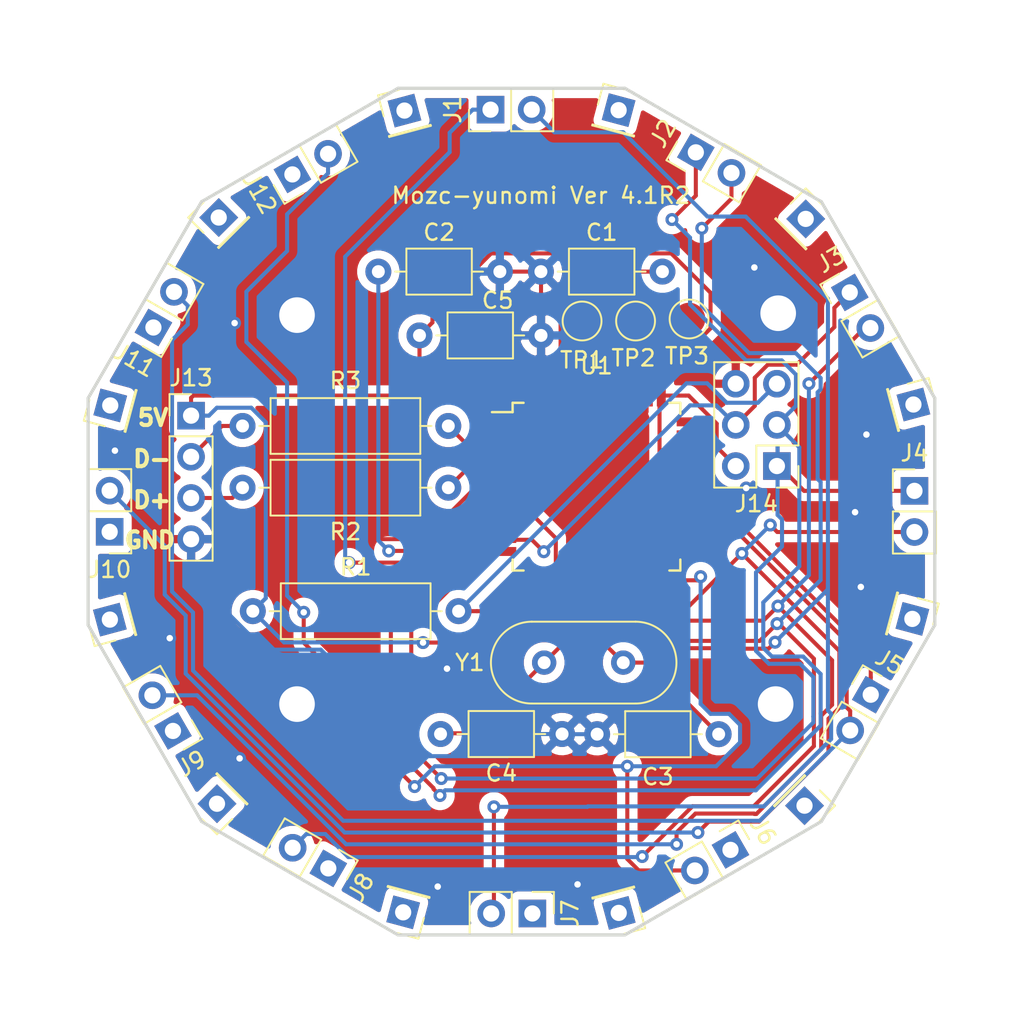
<source format=kicad_pcb>
(kicad_pcb (version 20171130) (host pcbnew 5.99.0+really5.1.10+dfsg1-1)
  (layers (0 F.Cu signal) (31 B.Cu signal) (34 B.Paste user) (35 F.Paste user) (36 B.SilkS user) (37 F.SilkS user) (38 B.Mask user) (39 F.Mask user) (44 Edge.Cuts user))
  (net 0 "")
  (net 1 "Net-(C1-Pad2)")
  (net 2 GND)
  (net 3 "Net-(C2-Pad1)")
  (net 4 XTAL1)
  (net 5 XTAL2)
  (net 6 ROW0)
  (net 7 COL0)
  (net 8 COL1)
  (net 9 ROW1)
  (net 10 COL2)
  (net 11 COL3)
  (net 12 ROW4)
  (net 13 COL4)
  (net 14 +5V)
  (net 15 D-)
  (net 16 D+)
  (net 17 "Net-(R2-Pad1)")
  (net 18 "Net-(R3-Pad1)")
  (net 19 RST)
  (net 20 "Net-(TP2-Pad1)")
  (net 21 "Net-(TP3-Pad1)")
  (net 22 MOSI)
  (net 23 MISO)
  (net 24 COL5)
  (net 25 "Net-(TP1-Pad1)")
  (module MountingHole:MountingHole_2.2mm_M2 (layer F.Cu) (at 159.4231 85.11794)
    (fp_text reference REF** hide)
    (fp_text value MountingHole_2.2mm_M2)
    (pad 1 np_thru_hole circle (at 0 0) (size 2.2 2.2) (drill 2.2) (layers *.Cu *.Mask))
  )
  (module MountingHole:MountingHole_2.2mm_M2 (layer F.Cu) (at 159.26562 109.24032)
    (fp_text reference REF** hide)
    (fp_text value MountingHole_2.2mm_M2)
    (pad 1 np_thru_hole circle (at 0 0) (size 2.2 2.2) (drill 2.2) (layers *.Cu *.Mask))
  )
  (module MountingHole:MountingHole_2.2mm_M2 (layer F.Cu) (at 129.72796 109.24032)
    (fp_text reference REF** hide)
    (fp_text value MountingHole_2.2mm_M2)
    (pad 1 np_thru_hole circle (at 0 0) (size 2.2 2.2) (drill 2.2) (layers *.Cu *.Mask))
  )
  (module MountingHole:MountingHole_2.2mm_M2 (layer F.Cu) (at 129.72796 85.23478)
    (fp_text reference REF** hide)
    (fp_text value MountingHole_2.2mm_M2)
    (pad 1 np_thru_hole circle (at 0 0) (size 2.2 2.2) (drill 2.2) (layers *.Cu *.Mask))
  )
  (module Capacitor_THT:C_Axial_L3.8mm_D2.6mm_P7.50mm_Horizontal (layer F.Cu) (at 144.78 82.55)
    (fp_text reference C1 (at 3.75 -2.42) (layer F.SilkS))
    (fp_text value 0.1uF)
    (pad 2 thru_hole oval (at 7.5 0) (size 1.6 1.6) (drill 0.8) (layers *.Cu *.Mask) (net 1 "Net-(C1-Pad2)"))
    (pad 1 thru_hole circle (at 0 0) (size 1.6 1.6) (drill 0.8) (layers *.Cu *.Mask) (net 2 GND))
  )
  (module Capacitor_THT:C_Axial_L3.8mm_D2.6mm_P7.50mm_Horizontal (layer F.Cu) (at 134.747 82.55)
    (fp_text reference C2 (at 3.75 -2.42) (layer F.SilkS))
    (fp_text value 1uF)
    (pad 1 thru_hole circle (at 0 0) (size 1.6 1.6) (drill 0.8) (layers *.Cu *.Mask) (net 3 "Net-(C2-Pad1)"))
    (pad 2 thru_hole oval (at 7.5 0) (size 1.6 1.6) (drill 0.8) (layers *.Cu *.Mask) (net 2 GND))
  )
  (module Capacitor_THT:C_Axial_L3.8mm_D2.6mm_P7.50mm_Horizontal (layer F.Cu) (at 148.24964 111.09706)
    (fp_text reference C3 (at 3.75 2.63144) (layer F.SilkS))
    (fp_text value C)
    (pad 2 thru_hole oval (at 7.5 0) (size 1.6 1.6) (drill 0.8) (layers *.Cu *.Mask) (net 4 XTAL1))
    (pad 1 thru_hole circle (at 0 0) (size 1.6 1.6) (drill 0.8) (layers *.Cu *.Mask) (net 2 GND))
  )
  (module Capacitor_THT:C_Axial_L3.8mm_D2.6mm_P7.50mm_Horizontal (layer F.Cu) (at 146.08556 111.0869 180)
    (fp_text reference C4 (at 3.75 -2.42) (layer F.SilkS))
    (fp_text value C)
    (pad 1 thru_hole circle (at 0 0 180) (size 1.6 1.6) (drill 0.8) (layers *.Cu *.Mask) (net 2 GND))
    (pad 2 thru_hole oval (at 7.5 0 180) (size 1.6 1.6) (drill 0.8) (layers *.Cu *.Mask) (net 5 XTAL2))
  )
  (module Connector_PinHeader_2.54mm:PinHeader_1x02_P2.54mm_Vertical (layer F.Cu) (at 141.67104 72.5551 90)
    (fp_text reference J1 (at 0 -2.33 90) (layer F.SilkS))
    (fp_text value Conn_01x02_Male)
    (pad 2 thru_hole oval (at 0 2.54 90) (size 1.7 1.7) (drill 1) (layers *.Cu *.Mask) (net 7 COL0))
    (pad 1 thru_hole rect (at 0 0 90) (size 1.7 1.7) (drill 1) (layers *.Cu *.Mask) (net 6 ROW0))
  )
  (module Connector_PinHeader_2.54mm:PinHeader_1x02_P2.54mm_Vertical (layer F.Cu) (at 154.34056 75.18908 60)
    (fp_text reference J2 (at 0 -2.33 60) (layer F.SilkS))
    (fp_text value Conn_01x02_Male)
    (pad 1 thru_hole rect (at 0 0 60) (size 1.7 1.7) (drill 1) (layers *.Cu *.Mask) (net 9 ROW1))
    (pad 2 thru_hole oval (at 0 2.54 60) (size 1.7 1.7) (drill 1) (layers *.Cu *.Mask) (net 8 COL1))
  )
  (module Connector_PinHeader_2.54mm:PinHeader_1x02_P2.54mm_Vertical (layer F.Cu) (at 163.84016 83.8327 30)
    (fp_text reference J3 (at 0 -2.33 30) (layer F.SilkS))
    (fp_text value Conn_01x02_Male)
    (pad 2 thru_hole oval (at 0 2.54 30) (size 1.7 1.7) (drill 1) (layers *.Cu *.Mask) (net 10 COL2))
    (pad 1 thru_hole rect (at 0 0 30) (size 1.7 1.7) (drill 1) (layers *.Cu *.Mask) (net 22 MOSI))
  )
  (module Connector_PinHeader_2.54mm:PinHeader_1x02_P2.54mm_Vertical (layer F.Cu) (at 167.83304 96.08058)
    (fp_text reference J4 (at 0 -2.33) (layer F.SilkS))
    (fp_text value Conn_01x02_Male)
    (pad 1 thru_hole rect (at 0 0) (size 1.7 1.7) (drill 1) (layers *.Cu *.Mask) (net 23 MISO))
    (pad 2 thru_hole oval (at 0 2.54) (size 1.7 1.7) (drill 1) (layers *.Cu *.Mask) (net 11 COL3))
  )
  (module Connector_PinHeader_2.54mm:PinHeader_1x02_P2.54mm_Vertical (layer F.Cu) (at 165.13556 108.6612 330)
    (fp_text reference J5 (at 0 -2.33 150) (layer F.SilkS))
    (fp_text value Conn_01x02_Male)
    (pad 2 thru_hole oval (at 0 2.54 330) (size 1.7 1.7) (drill 1) (layers *.Cu *.Mask) (net 13 COL4))
    (pad 1 thru_hole rect (at 0 0 330) (size 1.7 1.7) (drill 1) (layers *.Cu *.Mask) (net 12 ROW4))
  )
  (module Connector_PinHeader_2.54mm:PinHeader_1x02_P2.54mm_Vertical (layer F.Cu) (at 156.47924 118.237 300)
    (fp_text reference J6 (at 0 -2.33 120) (layer F.SilkS))
    (fp_text value Conn_01x02_Male)
    (pad 1 thru_hole rect (at 0 0 300) (size 1.7 1.7) (drill 1) (layers *.Cu *.Mask))
    (pad 2 thru_hole oval (at 0 2.54 300) (size 1.7 1.7) (drill 1) (layers *.Cu *.Mask) (net 24 COL5))
  )
  (module Connector_PinHeader_2.54mm:PinHeader_1x02_P2.54mm_Vertical (layer F.Cu) (at 144.25168 122.1613 270)
    (fp_text reference J7 (at 0 -2.33 90) (layer F.SilkS))
    (fp_text value Conn_01x02_Male)
    (pad 2 thru_hole oval (at 0 2.54 270) (size 1.7 1.7) (drill 1) (layers *.Cu *.Mask) (net 7 COL0))
    (pad 1 thru_hole rect (at 0 0 270) (size 1.7 1.7) (drill 1) (layers *.Cu *.Mask))
  )
  (module Connector_PinHeader_2.54mm:PinHeader_1x02_P2.54mm_Vertical (layer F.Cu) (at 131.65836 119.37746 240)
    (fp_text reference J8 (at 0 -2.33 60) (layer F.SilkS))
    (fp_text value Conn_01x02_Male)
    (pad 1 thru_hole rect (at 0 0 240) (size 1.7 1.7) (drill 1) (layers *.Cu *.Mask))
    (pad 2 thru_hole oval (at 0 2.54 240) (size 1.7 1.7) (drill 1) (layers *.Cu *.Mask) (net 8 COL1))
  )
  (module Connector_PinHeader_2.54mm:PinHeader_1x02_P2.54mm_Vertical (layer F.Cu) (at 122.0724 110.8964 210)
    (fp_text reference J9 (at 0 -2.33 30) (layer F.SilkS))
    (fp_text value Conn_01x02_Male)
    (pad 2 thru_hole oval (at 0 2.54 210) (size 1.7 1.7) (drill 1) (layers *.Cu *.Mask) (net 10 COL2))
    (pad 1 thru_hole rect (at 0 0 210) (size 1.7 1.7) (drill 1) (layers *.Cu *.Mask))
  )
  (module Connector_PinHeader_2.54mm:PinHeader_1x02_P2.54mm_Vertical (layer F.Cu) (at 118.16588 98.60788 180)
    (fp_text reference J10 (at 0 -2.33) (layer F.SilkS))
    (fp_text value Conn_01x02_Male)
    (pad 1 thru_hole rect (at 0 0 180) (size 1.7 1.7) (drill 1) (layers *.Cu *.Mask))
    (pad 2 thru_hole oval (at 0 2.54 180) (size 1.7 1.7) (drill 1) (layers *.Cu *.Mask) (net 11 COL3))
  )
  (module Connector_PinHeader_2.54mm:PinHeader_1x02_P2.54mm_Vertical (layer F.Cu) (at 120.8659 85.99932 150)
    (fp_text reference J11 (at 0 -2.33 150) (layer F.SilkS))
    (fp_text value Conn_01x02_Male)
    (pad 2 thru_hole oval (at 0 2.54 150) (size 1.7 1.7) (drill 1) (layers *.Cu *.Mask) (net 13 COL4))
    (pad 1 thru_hole rect (at 0 0 150) (size 1.7 1.7) (drill 1) (layers *.Cu *.Mask))
  )
  (module Connector_PinHeader_2.54mm:PinHeader_1x02_P2.54mm_Vertical (layer F.Cu) (at 129.44348 76.55052 120)
    (fp_text reference J12 (at 0 -2.33 120) (layer F.SilkS))
    (fp_text value Conn_01x02_Male)
    (pad 1 thru_hole rect (at 0 0 120) (size 1.7 1.7) (drill 1) (layers *.Cu *.Mask))
    (pad 2 thru_hole oval (at 0 2.54 120) (size 1.7 1.7) (drill 1) (layers *.Cu *.Mask) (net 24 COL5))
  )
  (module Connector_PinHeader_2.54mm:PinHeader_1x04_P2.54mm_Vertical (layer F.Cu) (at 123.19 91.44)
    (fp_text reference J13 (at 0 -2.33) (layer F.SilkS))
    (fp_text value Conn_01x04_Male)
    (pad 1 thru_hole rect (at 0 0) (size 1.7 1.7) (drill 1) (layers *.Cu *.Mask) (net 14 +5V))
    (pad 2 thru_hole oval (at 0 2.54) (size 1.7 1.7) (drill 1) (layers *.Cu *.Mask) (net 15 D-))
    (pad 3 thru_hole oval (at 0 5.08) (size 1.7 1.7) (drill 1) (layers *.Cu *.Mask) (net 16 D+))
    (pad 4 thru_hole oval (at 0 7.62) (size 1.7 1.7) (drill 1) (layers *.Cu *.Mask) (net 2 GND))
  )
  (module Connector_PinHeader_2.54mm:PinHeader_2x03_P2.54mm_Vertical (layer F.Cu) (at 159.34436 94.54896 180)
    (fp_text reference J14 (at 1.27 -2.33) (layer F.SilkS))
    (fp_text value Conn_02x03_Odd_Even)
    (pad 1 thru_hole rect (at 0 0 180) (size 1.7 1.7) (drill 1) (layers *.Cu *.Mask) (net 23 MISO))
    (pad 2 thru_hole oval (at 2.54 0 180) (size 1.7 1.7) (drill 1) (layers *.Cu *.Mask) (net 14 +5V))
    (pad 3 thru_hole oval (at 0 2.54 180) (size 1.7 1.7) (drill 1) (layers *.Cu *.Mask) (net 9 ROW1))
    (pad 4 thru_hole oval (at 2.54 2.54 180) (size 1.7 1.7) (drill 1) (layers *.Cu *.Mask) (net 22 MOSI))
    (pad 5 thru_hole oval (at 0 5.08 180) (size 1.7 1.7) (drill 1) (layers *.Cu *.Mask) (net 19 RST))
    (pad 6 thru_hole oval (at 2.54 5.08 180) (size 1.7 1.7) (drill 1) (layers *.Cu *.Mask) (net 2 GND))
  )
  (module Connector_PinHeader_2.54mm:PinHeader_1x01_P2.54mm_Vertical (layer F.Cu) (at 136.3599 72.61098 15)
    (fp_text reference J15 hide)
    (fp_text value Conn_01x01_Male)
    (pad 1 thru_hole rect (at 0 0 15) (size 1.7 1.7) (drill 1) (layers *.Cu *.Mask))
  )
  (module Connector_PinHeader_2.54mm:PinHeader_1x01_P2.54mm_Vertical (layer F.Cu) (at 124.89688 79.21244 45)
    (fp_text reference J16 hide)
    (fp_text value Conn_01x01_Male)
    (pad 1 thru_hole rect (at 0 0 45) (size 1.7 1.7) (drill 1) (layers *.Cu *.Mask))
  )
  (module Connector_PinHeader_2.54mm:PinHeader_1x01_P2.54mm_Vertical (layer F.Cu) (at 118.20144 90.80754 75)
    (fp_text reference J17 hide)
    (fp_text value Conn_01x01_Male)
    (pad 1 thru_hole rect (at 0 0 75) (size 1.7 1.7) (drill 1) (layers *.Cu *.Mask))
  )
  (module Connector_PinHeader_2.54mm:PinHeader_1x01_P2.54mm_Vertical (layer F.Cu) (at 118.17858 104.0257 105)
    (fp_text reference J18 hide)
    (fp_text value Conn_01x01_Male)
    (pad 1 thru_hole rect (at 0 0 105) (size 1.7 1.7) (drill 1) (layers *.Cu *.Mask))
  )
  (module Connector_PinHeader_2.54mm:PinHeader_1x01_P2.54mm_Vertical (layer F.Cu) (at 124.7902 115.38966 135)
    (fp_text reference J19 hide)
    (fp_text value Conn_01x01_Male)
    (pad 1 thru_hole rect (at 0 0 135) (size 1.7 1.7) (drill 1) (layers *.Cu *.Mask))
  )
  (module Connector_PinHeader_2.54mm:PinHeader_1x01_P2.54mm_Vertical (layer F.Cu) (at 136.27862 122.09018 165)
    (fp_text reference J20 hide)
    (fp_text value Conn_01x01_Male)
    (pad 1 thru_hole rect (at 0 0 165) (size 1.7 1.7) (drill 1) (layers *.Cu *.Mask))
  )
  (module Connector_PinHeader_2.54mm:PinHeader_1x01_P2.54mm_Vertical (layer F.Cu) (at 149.58314 122.12574 195)
    (fp_text reference J21 hide)
    (fp_text value Conn_01x01_Male)
    (pad 1 thru_hole rect (at 0 0 195) (size 1.7 1.7) (drill 1) (layers *.Cu *.Mask))
  )
  (module Connector_PinHeader_2.54mm:PinHeader_1x01_P2.54mm_Vertical (layer F.Cu) (at 161.0487 115.50904 225)
    (fp_text reference J22 hide)
    (fp_text value Conn_01x01_Male)
    (pad 1 thru_hole rect (at 0 0 225) (size 1.7 1.7) (drill 1) (layers *.Cu *.Mask))
  )
  (module Connector_PinHeader_2.54mm:PinHeader_1x01_P2.54mm_Vertical (layer F.Cu) (at 167.7035 103.98252 255)
    (fp_text reference J23 hide)
    (fp_text value Conn_01x01_Male)
    (pad 1 thru_hole rect (at 0 0 255) (size 1.7 1.7) (drill 1) (layers *.Cu *.Mask))
  )
  (module Connector_PinHeader_2.54mm:PinHeader_1x01_P2.54mm_Vertical (layer F.Cu) (at 167.76954 90.75166 285)
    (fp_text reference J24 hide)
    (fp_text value Conn_01x01_Male)
    (pad 1 thru_hole rect (at 0 0 285) (size 1.7 1.7) (drill 1) (layers *.Cu *.Mask))
  )
  (module Connector_PinHeader_2.54mm:PinHeader_1x01_P2.54mm_Vertical (layer F.Cu) (at 161.12236 79.29626 315)
    (fp_text reference J25 hide)
    (fp_text value Conn_01x01_Male)
    (pad 1 thru_hole rect (at 0 0 315) (size 1.7 1.7) (drill 1) (layers *.Cu *.Mask))
  )
  (module Resistor_THT:R_Axial_DIN0309_L9.0mm_D3.2mm_P12.70mm_Horizontal (layer F.Cu) (at 127 103.505)
    (fp_text reference R1 (at 6.35 -2.72) (layer F.SilkS))
    (fp_text value 10K)
    (pad 1 thru_hole circle (at 0 0) (size 1.6 1.6) (drill 0.8) (layers *.Cu *.Mask) (net 14 +5V))
    (pad 2 thru_hole oval (at 12.7 0) (size 1.6 1.6) (drill 0.8) (layers *.Cu *.Mask) (net 19 RST))
  )
  (module Resistor_THT:R_Axial_DIN0309_L9.0mm_D3.2mm_P12.70mm_Horizontal (layer F.Cu) (at 139.065 95.885 180)
    (fp_text reference R2 (at 6.35 -2.72) (layer F.SilkS))
    (fp_text value 22)
    (pad 2 thru_hole oval (at 12.7 0 180) (size 1.6 1.6) (drill 0.8) (layers *.Cu *.Mask) (net 16 D+))
    (pad 1 thru_hole circle (at 0 0 180) (size 1.6 1.6) (drill 0.8) (layers *.Cu *.Mask) (net 17 "Net-(R2-Pad1)"))
  )
  (module Resistor_THT:R_Axial_DIN0309_L9.0mm_D3.2mm_P12.70mm_Horizontal (layer F.Cu) (at 139.065 92.075 180)
    (fp_text reference R3 (at 6.35 2.794) (layer F.SilkS))
    (fp_text value 22)
    (pad 1 thru_hole circle (at 0 0 180) (size 1.6 1.6) (drill 0.8) (layers *.Cu *.Mask) (net 18 "Net-(R3-Pad1)"))
    (pad 2 thru_hole oval (at 12.7 0 180) (size 1.6 1.6) (drill 0.8) (layers *.Cu *.Mask) (net 15 D-))
  )
  (module Connector_PinHeader_2.54mm:PinHeader_1x01_P2.54mm_Vertical (layer F.Cu) (at 149.57552 72.58558 345)
    (fp_text reference J26 hide)
    (fp_text value Conn_01x01_Male)
    (pad 1 thru_hole rect (at 0 0 345) (size 1.7 1.7) (drill 1) (layers *.Cu *.Mask))
  )
  (module Crystal:Crystal_HC49-4H_Vertical (layer F.Cu) (at 149.86 106.68 180)
    (fp_text reference Y1 (at 9.4615 0) (layer F.SilkS))
    (fp_text value 16MHz)
    (pad 1 thru_hole circle (at 0 0 180) (size 1.5 1.5) (drill 0.8) (layers *.Cu *.Mask) (net 4 XTAL1))
    (pad 2 thru_hole circle (at 4.88 0 180) (size 1.5 1.5) (drill 0.8) (layers *.Cu *.Mask) (net 5 XTAL2))
  )
  (module Capacitor_THT:C_Axial_L3.8mm_D2.6mm_P7.50mm_Horizontal (layer F.Cu) (at 137.287 86.487)
    (fp_text reference C5 (at 4.826 -2.159) (layer F.SilkS))
    (fp_text value C)
    (pad 1 thru_hole circle (at 0 0) (size 1.6 1.6) (drill 0.8) (layers *.Cu *.Mask) (net 14 +5V))
    (pad 2 thru_hole oval (at 7.5 0) (size 1.6 1.6) (drill 0.8) (layers *.Cu *.Mask) (net 2 GND))
  )
  (module TestPoint:TestPoint_Pad_D2.0mm (layer F.Cu) (at 147.32 85.598)
    (fp_text reference TP1 (at 0 2.413) (layer F.SilkS))
    (fp_text value TestPoint)
    (pad 1 smd circle (at 0 0) (size 2 2) (layers F.Cu F.Mask) (net 25 "Net-(TP1-Pad1)"))
  )
  (module TestPoint:TestPoint_Pad_D2.0mm (layer F.Cu) (at 150.622 85.598)
    (fp_text reference TP2 (at -0.127 2.286) (layer F.SilkS))
    (fp_text value TestPoint)
    (pad 1 smd circle (at 0 0) (size 2 2) (layers F.Cu F.Mask) (net 20 "Net-(TP2-Pad1)"))
  )
  (module TestPoint:TestPoint_Pad_D2.0mm (layer F.Cu) (at 153.924 85.471)
    (fp_text reference TP3 (at -0.127 2.286) (layer F.SilkS))
    (fp_text value TestPoint)
    (pad 1 smd circle (at 0 0) (size 2 2) (layers F.Cu F.Mask) (net 21 "Net-(TP3-Pad1)"))
  )
  (module Package_QFP:TQFP-44_10x10mm_P0.8mm (layer F.Cu) (at 148.209 95.8215)
    (fp_text reference U1 (at 0 -7.45) (layer F.SilkS))
    (fp_text value ATmega32U4-AU)
    (pad 1 smd rect (at -5.7 -4) (size 1.5 0.55) (layers F.Cu F.Paste F.Mask))
    (pad 2 smd rect (at -5.7 -3.2) (size 1.5 0.55) (layers F.Cu F.Paste F.Mask) (net 14 +5V))
    (pad 3 smd rect (at -5.7 -2.4) (size 1.5 0.55) (layers F.Cu F.Paste F.Mask) (net 18 "Net-(R3-Pad1)"))
    (pad 4 smd rect (at -5.7 -1.6) (size 1.5 0.55) (layers F.Cu F.Paste F.Mask) (net 17 "Net-(R2-Pad1)"))
    (pad 5 smd rect (at -5.7 -0.8) (size 1.5 0.55) (layers F.Cu F.Paste F.Mask) (net 2 GND))
    (pad 6 smd rect (at -5.7 0) (size 1.5 0.55) (layers F.Cu F.Paste F.Mask) (net 3 "Net-(C2-Pad1)"))
    (pad 7 smd rect (at -5.7 0.8) (size 1.5 0.55) (layers F.Cu F.Paste F.Mask) (net 14 +5V))
    (pad 8 smd rect (at -5.7 1.6) (size 1.5 0.55) (layers F.Cu F.Paste F.Mask) (net 6 ROW0))
    (pad 9 smd rect (at -5.7 2.4) (size 1.5 0.55) (layers F.Cu F.Paste F.Mask) (net 9 ROW1))
    (pad 10 smd rect (at -5.7 3.2) (size 1.5 0.55) (layers F.Cu F.Paste F.Mask) (net 22 MOSI))
    (pad 11 smd rect (at -5.7 4) (size 1.5 0.55) (layers F.Cu F.Paste F.Mask) (net 23 MISO))
    (pad 12 smd rect (at -4 5.7 90) (size 1.5 0.55) (layers F.Cu F.Paste F.Mask))
    (pad 13 smd rect (at -3.2 5.7 90) (size 1.5 0.55) (layers F.Cu F.Paste F.Mask) (net 19 RST))
    (pad 14 smd rect (at -2.4 5.7 90) (size 1.5 0.55) (layers F.Cu F.Paste F.Mask) (net 14 +5V))
    (pad 15 smd rect (at -1.6 5.7 90) (size 1.5 0.55) (layers F.Cu F.Paste F.Mask) (net 2 GND))
    (pad 16 smd rect (at -0.8 5.7 90) (size 1.5 0.55) (layers F.Cu F.Paste F.Mask) (net 5 XTAL2))
    (pad 17 smd rect (at 0 5.7 90) (size 1.5 0.55) (layers F.Cu F.Paste F.Mask) (net 4 XTAL1))
    (pad 18 smd rect (at 0.8 5.7 90) (size 1.5 0.55) (layers F.Cu F.Paste F.Mask) (net 7 COL0))
    (pad 19 smd rect (at 1.6 5.7 90) (size 1.5 0.55) (layers F.Cu F.Paste F.Mask) (net 8 COL1))
    (pad 20 smd rect (at 2.4 5.7 90) (size 1.5 0.55) (layers F.Cu F.Paste F.Mask) (net 10 COL2))
    (pad 21 smd rect (at 3.2 5.7 90) (size 1.5 0.55) (layers F.Cu F.Paste F.Mask) (net 11 COL3))
    (pad 22 smd rect (at 4 5.7 90) (size 1.5 0.55) (layers F.Cu F.Paste F.Mask) (net 24 COL5))
    (pad 23 smd rect (at 5.7 4) (size 1.5 0.55) (layers F.Cu F.Paste F.Mask) (net 2 GND))
    (pad 24 smd rect (at 5.7 3.2) (size 1.5 0.55) (layers F.Cu F.Paste F.Mask) (net 14 +5V))
    (pad 25 smd rect (at 5.7 2.4) (size 1.5 0.55) (layers F.Cu F.Paste F.Mask) (net 13 COL4))
    (pad 26 smd rect (at 5.7 1.6) (size 1.5 0.55) (layers F.Cu F.Paste F.Mask))
    (pad 27 smd rect (at 5.7 0.8) (size 1.5 0.55) (layers F.Cu F.Paste F.Mask))
    (pad 28 smd rect (at 5.7 0) (size 1.5 0.55) (layers F.Cu F.Paste F.Mask) (net 12 ROW4))
    (pad 29 smd rect (at 5.7 -0.8) (size 1.5 0.55) (layers F.Cu F.Paste F.Mask))
    (pad 30 smd rect (at 5.7 -1.6) (size 1.5 0.55) (layers F.Cu F.Paste F.Mask))
    (pad 31 smd rect (at 5.7 -2.4) (size 1.5 0.55) (layers F.Cu F.Paste F.Mask))
    (pad 32 smd rect (at 5.7 -3.2) (size 1.5 0.55) (layers F.Cu F.Paste F.Mask))
    (pad 33 smd rect (at 5.7 -4) (size 1.5 0.55) (layers F.Cu F.Paste F.Mask))
    (pad 34 smd rect (at 4 -5.7 90) (size 1.5 0.55) (layers F.Cu F.Paste F.Mask) (net 14 +5V))
    (pad 35 smd rect (at 3.2 -5.7 90) (size 1.5 0.55) (layers F.Cu F.Paste F.Mask) (net 2 GND))
    (pad 36 smd rect (at 2.4 -5.7 90) (size 1.5 0.55) (layers F.Cu F.Paste F.Mask) (net 21 "Net-(TP3-Pad1)"))
    (pad 37 smd rect (at 1.6 -5.7 90) (size 1.5 0.55) (layers F.Cu F.Paste F.Mask) (net 20 "Net-(TP2-Pad1)"))
    (pad 38 smd rect (at 0.8 -5.7 90) (size 1.5 0.55) (layers F.Cu F.Paste F.Mask) (net 25 "Net-(TP1-Pad1)"))
    (pad 39 smd rect (at 0 -5.7 90) (size 1.5 0.55) (layers F.Cu F.Paste F.Mask))
    (pad 40 smd rect (at -0.8 -5.7 90) (size 1.5 0.55) (layers F.Cu F.Paste F.Mask))
    (pad 41 smd rect (at -1.6 -5.7 90) (size 1.5 0.55) (layers F.Cu F.Paste F.Mask))
    (pad 42 smd rect (at -2.4 -5.7 90) (size 1.5 0.55) (layers F.Cu F.Paste F.Mask) (net 1 "Net-(C1-Pad2)"))
    (pad 43 smd rect (at -3.2 -5.7 90) (size 1.5 0.55) (layers F.Cu F.Paste F.Mask) (net 2 GND))
    (pad 44 smd rect (at -4 -5.7 90) (size 1.5 0.55) (layers F.Cu F.Paste F.Mask) (net 14 +5V))
  )
  (gr_text D- (at 120.777 94.107) (layer F.SilkS) (effects (font (size 1 1) (thickness 0.25))))
  (gr_text D+ (at 120.777 96.647) (layer F.SilkS) (effects (font (size 1 1) (thickness 0.25))))
  (gr_text GND (at 120.65 99.1235) (layer F.SilkS) (effects (font (size 1 1) (thickness 0.25))))
  (gr_text 5V (at 120.8405 91.567) (layer F.SilkS) (effects (font (size 1 1) (thickness 0.25))))
  (gr_line (start 149.962791 123.484515) (end 135.962793 123.484515) (layer Edge.Cuts) (width 0.2))
  (gr_line (start 123.838438 116.484515) (end 116.838438 104.36016) (layer Edge.Cuts) (width 0.2))
  (gr_line (start 169.087154 90.36016) (end 169.087154 104.36016) (layer Edge.Cuts) (width 0.2))
  (gr_line (start 169.087154 104.36016) (end 162.08715 116.484515) (layer Edge.Cuts) (width 0.2))
  (gr_line (start 116.838438 90.36016) (end 123.838438 78.235805) (layer Edge.Cuts) (width 0.2))
  (gr_line (start 162.08715 116.484515) (end 149.962791 123.484515) (layer Edge.Cuts) (width 0.2))
  (gr_line (start 116.838438 104.36016) (end 116.838438 90.36016) (layer Edge.Cuts) (width 0.2))
  (gr_line (start 123.838438 78.235805) (end 135.962793 71.235805) (layer Edge.Cuts) (width 0.2))
  (gr_line (start 162.08715 78.235805) (end 169.087154 90.36016) (layer Edge.Cuts) (width 0.2))
  (gr_line (start 135.962793 123.484515) (end 123.838438 116.484515) (layer Edge.Cuts) (width 0.2))
  (gr_line (start 135.962793 71.235805) (end 149.962791 71.235805) (layer Edge.Cuts) (width 0.2))
  (gr_line (start 149.962791 71.235805) (end 162.08715 78.235805) (layer Edge.Cuts) (width 0.2))
  (gr_text "Mozc-yunomi Ver 4.1R2" (at 144.78 77.851) (layer F.SilkS) (effects (font (size 1 1))))
  (segment (start 145.7 89.2) (end 145.7 90.2) (width 0.25) (layer F.Cu) (net 1))
  (segment (start 145.994999 88.905001) (end 145.7 89.2) (width 0.25) (layer F.Cu) (net 1))
  (segment (start 145.994999 84.961999) (end 145.994999 88.905001) (width 0.25) (layer F.Cu) (net 1))
  (segment (start 148.406998 82.55) (end 145.994999 84.961999) (width 0.25) (layer F.Cu) (net 1))
  (segment (start 152.28 82.55) (end 148.406998 82.55) (width 0.25) (layer F.Cu) (net 1))
  (segment (start 144.9 86.6) (end 144.787 86.487) (width 0.25) (layer F.Cu) (net 2))
  (segment (start 144.9 90.2) (end 144.9 86.6) (width 0.25) (layer F.Cu) (net 2))
  (segment (start 144.787 82.557) (end 144.78 82.55) (width 0.25) (layer F.Cu) (net 2))
  (segment (start 144.787 86.487) (end 144.787 82.557) (width 0.25) (layer F.Cu) (net 2))
  (segment (start 144.78 82.55) (end 142.247 82.55) (width 0.25) (layer F.Cu) (net 2))
  (segment (start 124.392081 99.06) (end 123.19 99.06) (width 0.25) (layer F.Cu) (net 2))
  (segment (start 137.555002 99.06) (end 124.392081 99.06) (width 0.25) (layer F.Cu) (net 2))
  (segment (start 141.515002 95.1) (end 137.555002 99.06) (width 0.25) (layer F.Cu) (net 2))
  (segment (start 142.4 95.1) (end 141.515002 95.1) (width 0.25) (layer F.Cu) (net 2))
  (segment (start 146.5 98.2) (end 146.5 100.6) (width 0.25) (layer F.Cu) (net 2))
  (segment (start 143.4 95.1) (end 146.5 98.2) (width 0.25) (layer F.Cu) (net 2))
  (segment (start 152.8 99.9) (end 153.8 99.9) (width 0.25) (layer F.Cu) (net 2))
  (segment (start 147.2 99.9) (end 152.8 99.9) (width 0.25) (layer F.Cu) (net 2))
  (segment (start 146.5 100.6) (end 147.2 99.9) (width 0.25) (layer F.Cu) (net 2))
  (segment (start 146.5 101.6) (end 146.5 100.6) (width 0.25) (layer F.Cu) (net 2))
  (segment (start 144.975001 91.275001) (end 144.9 91.2) (width 0.25) (layer F.Cu) (net 2))
  (segment (start 151.224999 91.275001) (end 144.975001 91.275001) (width 0.25) (layer F.Cu) (net 2))
  (segment (start 144.9 91.2) (end 144.9 90.2) (width 0.25) (layer F.Cu) (net 2))
  (segment (start 151.3 91.2) (end 151.224999 91.275001) (width 0.25) (layer F.Cu) (net 2))
  (segment (start 151.3 90.2) (end 151.3 91.2) (width 0.25) (layer F.Cu) (net 2))
  (segment (start 143.4 95.1) (end 142.4 95.1) (width 0.25) (layer F.Cu) (net 2))
  (segment (start 144.9 93.6) (end 143.4 95.1) (width 0.25) (layer F.Cu) (net 2))
  (segment (start 144.9 90.2) (end 144.9 93.6) (width 0.25) (layer F.Cu) (net 2))
  (via (at 126.18466 112.59058) (size 0.8) (drill 0.4) (layers F.Cu B.Cu) (net 2))
  (via (at 121.87428 105.17124) (size 0.8) (drill 0.4) (layers F.Cu B.Cu) (net 2))
  (via (at 125.87732 85.725) (size 0.8) (drill 0.4) (layers F.Cu B.Cu) (net 2))
  (via (at 118.491 93.599) (size 0.8) (drill 0.4) (layers F.Cu B.Cu) (net 2))
  (via (at 147.0406 120.36806) (size 0.8) (drill 0.4) (layers F.Cu B.Cu) (net 2))
  (via (at 138.41222 120.50268) (size 0.8) (drill 0.4) (layers F.Cu B.Cu) (net 2))
  (via (at 138.98372 107.05338) (size 0.8) (drill 0.4) (layers F.Cu B.Cu) (net 2))
  (via (at 157.44698 95.90532) (size 0.8) (drill 0.4) (layers F.Cu B.Cu) (net 2))
  (via (at 164.16782 97.3963) (size 0.8) (drill 0.4) (layers F.Cu B.Cu) (net 2))
  (via (at 164.86886 92.60586) (size 0.8) (drill 0.4) (layers F.Cu B.Cu) (net 2))
  (via (at 164.52342 102.01148) (size 0.8) (drill 0.4) (layers F.Cu B.Cu) (net 2))
  (segment (start 156.470997 89.440001) (end 157.409001 89.440001) (width 0.25) (layer F.Cu) (net 2))
  (segment (start 146.09572 111.09706) (end 146.08556 111.0869) (width 0.25) (layer B.Cu) (net 2))
  (segment (start 148.24964 111.09706) (end 146.09572 111.09706) (width 0.25) (layer B.Cu) (net 2))
  (segment (start 144.08912 111.0869) (end 146.08556 111.0869) (width 0.25) (layer B.Cu) (net 2))
  (segment (start 123.19 99.06) (end 123.19 101.360002) (width 0.25) (layer B.Cu) (net 2))
  (segment (start 123.19 101.360002) (end 127.712868 105.88287) (width 0.25) (layer B.Cu) (net 2))
  (segment (start 127.712868 105.88287) (end 131.19905 105.88287) (width 0.25) (layer B.Cu) (net 2))
  (segment (start 142.7226 112.45342) (end 144.08912 111.0869) (width 0.25) (layer B.Cu) (net 2))
  (segment (start 131.19905 105.88287) (end 137.7696 112.45342) (width 0.25) (layer B.Cu) (net 2))
  (segment (start 137.7696 112.45342) (end 142.7226 112.45342) (width 0.25) (layer B.Cu) (net 2))
  (via (at 157.95244 82.29346) (size 0.8) (drill 0.4) (layers F.Cu B.Cu) (net 2))
  (via (at 135.38962 99.785) (size 0.8) (drill 0.4) (layers F.Cu B.Cu) (net 3))
  (segment (start 134.747 82.55) (end 134.747 99.14238) (width 0.25) (layer B.Cu) (net 3))
  (segment (start 134.747 99.14238) (end 135.38962 99.785) (width 0.25) (layer B.Cu) (net 3))
  (segment (start 141.351412 95.9) (end 141.4 95.9) (width 0.25) (layer F.Cu) (net 3))
  (segment (start 141.4 95.9) (end 142.4 95.9) (width 0.25) (layer F.Cu) (net 3))
  (segment (start 137.466412 99.785) (end 141.351412 95.9) (width 0.25) (layer F.Cu) (net 3))
  (segment (start 135.38962 99.785) (end 137.466412 99.785) (width 0.25) (layer F.Cu) (net 3))
  (segment (start 148.1 104.92) (end 149.86 106.68) (width 0.25) (layer F.Cu) (net 4))
  (segment (start 148.1 101.6) (end 148.1 104.92) (width 0.25) (layer F.Cu) (net 4))
  (segment (start 151.33258 106.68) (end 155.74964 111.09706) (width 0.25) (layer F.Cu) (net 4))
  (segment (start 149.86 106.68) (end 151.33258 106.68) (width 0.25) (layer F.Cu) (net 4))
  (segment (start 147.3 104.36) (end 144.98 106.68) (width 0.25) (layer F.Cu) (net 5))
  (segment (start 147.3 101.6) (end 147.3 104.36) (width 0.25) (layer F.Cu) (net 5))
  (segment (start 140.61882 111.04118) (end 144.98 106.68) (width 0.25) (layer F.Cu) (net 5))
  (segment (start 138.6643 111.04118) (end 140.61882 111.04118) (width 0.25) (layer F.Cu) (net 5))
  (segment (start 142.4 97.5) (end 140.387822 97.5) (width 0.25) (layer F.Cu) (net 6))
  (segment (start 140.387822 97.5) (end 137.377821 100.510001) (width 0.25) (layer F.Cu) (net 6))
  (segment (start 140.57104 72.5551) (end 141.67104 72.5551) (width 0.25) (layer B.Cu) (net 6))
  (segment (start 139.149117 73.977023) (end 139.149117 75.176083) (width 0.25) (layer B.Cu) (net 6))
  (segment (start 140.57104 72.5551) (end 139.149117 73.977023) (width 0.25) (layer B.Cu) (net 6))
  (segment (start 139.149117 75.176083) (end 132.69976 81.62544) (width 0.25) (layer B.Cu) (net 6))
  (segment (start 132.69976 100.26904) (end 132.940721 100.510001) (width 0.25) (layer B.Cu) (net 6))
  (segment (start 132.69976 81.62544) (end 132.69976 100.26904) (width 0.25) (layer B.Cu) (net 6))
  (segment (start 137.377821 100.510001) (end 132.940721 100.510001) (width 0.25) (layer F.Cu) (net 6))
  (via (at 132.940721 100.510001) (size 0.8) (drill 0.4) (layers F.Cu B.Cu) (net 6))
  (segment (start 152.08889 105.78889) (end 157.02577 105.78889) (width 0.25) (layer F.Cu) (net 7))
  (segment (start 148.9 101.6) (end 148.9 102.6) (width 0.25) (layer F.Cu) (net 7))
  (segment (start 148.9 102.6) (end 152.08889 105.78889) (width 0.25) (layer F.Cu) (net 7))
  (via (at 141.87932 115.58016) (size 0.8) (drill 0.4) (layers F.Cu B.Cu) (net 7))
  (segment (start 141.87932 121.99366) (end 141.71168 122.1613) (width 0.25) (layer F.Cu) (net 7))
  (segment (start 141.87932 115.58016) (end 141.87932 121.99366) (width 0.25) (layer F.Cu) (net 7))
  (segment (start 145.607563 73.951623) (end 145.061039 73.405099) (width 0.25) (layer B.Cu) (net 7))
  (segment (start 145.061039 73.405099) (end 144.21104 72.5551) (width 0.25) (layer B.Cu) (net 7))
  (segment (start 155.056861 79.152919) (end 149.855565 73.951623) (width 0.25) (layer B.Cu) (net 7))
  (segment (start 149.855565 73.951623) (end 145.607563 73.951623) (width 0.25) (layer B.Cu) (net 7))
  (segment (start 162.49295 84.22539) (end 157.420479 79.152919) (width 0.25) (layer B.Cu) (net 7))
  (segment (start 157.420479 79.152919) (end 155.056861 79.152919) (width 0.25) (layer B.Cu) (net 7))
  (segment (start 162.49295 109.636052) (end 162.49295 102.977689) (width 0.25) (layer B.Cu) (net 7))
  (segment (start 141.87932 115.58016) (end 147.649762 115.58016) (width 0.25) (layer B.Cu) (net 7))
  (segment (start 147.649762 115.58016) (end 147.677921 115.552001) (width 0.25) (layer B.Cu) (net 7))
  (segment (start 158.538054 115.552001) (end 162.690559 111.399496) (width 0.25) (layer B.Cu) (net 7))
  (segment (start 147.677921 115.552001) (end 158.538054 115.552001) (width 0.25) (layer B.Cu) (net 7))
  (segment (start 162.690559 111.399496) (end 162.690559 109.833661) (width 0.25) (layer B.Cu) (net 7))
  (segment (start 162.690559 109.833661) (end 162.49295 109.636052) (width 0.25) (layer B.Cu) (net 7))
  (via (at 159.228363 105.421003) (size 0.8) (drill 0.4) (layers F.Cu B.Cu) (net 7))
  (segment (start 162.49295 102.156416) (end 159.228363 105.421003) (width 0.25) (layer B.Cu) (net 7))
  (segment (start 162.49295 101.78135) (end 162.49295 102.156416) (width 0.25) (layer B.Cu) (net 7))
  (segment (start 162.49295 101.78135) (end 162.49295 84.22539) (width 0.25) (layer B.Cu) (net 7))
  (segment (start 162.49295 102.977689) (end 162.49295 101.78135) (width 0.25) (layer B.Cu) (net 7))
  (segment (start 157.057882 105.821002) (end 157.02577 105.78889) (width 0.25) (layer F.Cu) (net 7))
  (segment (start 158.828364 105.821002) (end 157.057882 105.821002) (width 0.25) (layer F.Cu) (net 7))
  (segment (start 159.228363 105.421003) (end 158.828364 105.821002) (width 0.25) (layer F.Cu) (net 7))
  (segment (start 156.540265 76.45908) (end 156.540265 78.046515) (width 0.25) (layer F.Cu) (net 8))
  (via (at 154.70886 79.87792) (size 0.8) (drill 0.4) (layers F.Cu B.Cu) (net 8))
  (segment (start 156.540265 78.046515) (end 154.70886 79.87792) (width 0.25) (layer F.Cu) (net 8))
  (segment (start 149.7 102.6) (end 149.7 101.6) (width 0.25) (layer F.Cu) (net 8))
  (segment (start 152.43888 105.33888) (end 149.7 102.6) (width 0.25) (layer F.Cu) (net 8))
  (segment (start 158.28518 105.33888) (end 152.43888 105.33888) (width 0.25) (layer F.Cu) (net 8))
  (segment (start 131.470239 117.257461) (end 132.894278 118.6815) (width 0.25) (layer B.Cu) (net 8))
  (segment (start 129.458655 118.10746) (end 130.308654 117.257461) (width 0.25) (layer B.Cu) (net 8))
  (segment (start 130.308654 117.257461) (end 131.470239 117.257461) (width 0.25) (layer B.Cu) (net 8))
  (via (at 151.03094 118.64594) (size 0.8) (drill 0.4) (layers F.Cu B.Cu) (net 8))
  (segment (start 132.894278 118.6815) (end 150.99538 118.6815) (width 0.25) (layer B.Cu) (net 8))
  (segment (start 150.99538 118.6815) (end 151.03094 118.64594) (width 0.25) (layer B.Cu) (net 8))
  (segment (start 162.042941 89.118419) (end 160.503292 87.57877) (width 0.25) (layer B.Cu) (net 8))
  (segment (start 162.042941 89.814421) (end 162.042941 89.118419) (width 0.25) (layer B.Cu) (net 8))
  (segment (start 162.042941 101.581119) (end 162.042941 95.533041) (width 0.25) (layer B.Cu) (net 8))
  (segment (start 161.85896 89.998402) (end 162.042941 89.814421) (width 0.25) (layer B.Cu) (net 8))
  (segment (start 161.85896 95.34906) (end 161.85896 89.998402) (width 0.25) (layer B.Cu) (net 8))
  (segment (start 162.042941 95.533041) (end 161.85896 95.34906) (width 0.25) (layer B.Cu) (net 8))
  (segment (start 160.503292 87.57877) (end 157.62322 87.57877) (width 0.25) (layer B.Cu) (net 8))
  (segment (start 154.70886 84.66441) (end 154.70886 79.87792) (width 0.25) (layer B.Cu) (net 8))
  (segment (start 157.62322 87.57877) (end 154.70886 84.66441) (width 0.25) (layer B.Cu) (net 8))
  (segment (start 159.461022 104.27335) (end 159.35071 104.27335) (width 0.25) (layer F.Cu) (net 8))
  (segment (start 161.626962 106.43929) (end 159.461022 104.27335) (width 0.25) (layer F.Cu) (net 8))
  (segment (start 154.131825 115.545055) (end 157.916145 115.545055) (width 0.25) (layer F.Cu) (net 8))
  (segment (start 162.042941 101.581119) (end 159.35071 104.27335) (width 0.25) (layer B.Cu) (net 8))
  (segment (start 161.626961 111.834239) (end 161.626962 106.43929) (width 0.25) (layer F.Cu) (net 8))
  (segment (start 151.03094 118.64594) (end 154.131825 115.545055) (width 0.25) (layer F.Cu) (net 8))
  (via (at 159.35071 104.27335) (size 0.8) (drill 0.4) (layers F.Cu B.Cu) (net 8))
  (segment (start 157.916145 115.545055) (end 161.626961 111.834239) (width 0.25) (layer F.Cu) (net 8))
  (segment (start 158.28518 105.33888) (end 159.35071 104.27335) (width 0.25) (layer F.Cu) (net 8))
  (via (at 152.86736 79.3369) (size 0.8) (drill 0.4) (layers F.Cu B.Cu) (net 9))
  (segment (start 154.34056 75.18908) (end 154.34056 77.8637) (width 0.25) (layer F.Cu) (net 9))
  (segment (start 154.34056 77.8637) (end 152.86736 79.3369) (width 0.25) (layer F.Cu) (net 9))
  (segment (start 135.51916 104.18084) (end 141.4 98.3) (width 0.25) (layer F.Cu) (net 9))
  (segment (start 141.4 98.3) (end 142.4 98.3) (width 0.25) (layer F.Cu) (net 9))
  (segment (start 135.51916 109.5121) (end 135.51916 109.2581) (width 0.25) (layer F.Cu) (net 9))
  (segment (start 135.51916 109.2581) (end 135.51916 104.18084) (width 0.25) (layer F.Cu) (net 9))
  (segment (start 136.6647 112.58804) (end 135.51916 111.4425) (width 0.25) (layer F.Cu) (net 9))
  (segment (start 135.51916 111.4425) (end 135.51916 109.2581) (width 0.25) (layer F.Cu) (net 9))
  (via (at 138.55192 114.87912) (size 0.8) (drill 0.4) (layers F.Cu B.Cu) (net 9))
  (segment (start 136.6647 112.937438) (end 136.6647 112.58804) (width 0.25) (layer F.Cu) (net 9))
  (segment (start 138.151921 114.424659) (end 136.6647 112.937438) (width 0.25) (layer F.Cu) (net 9))
  (segment (start 138.151921 114.479121) (end 138.151921 114.424659) (width 0.25) (layer F.Cu) (net 9))
  (segment (start 138.55192 114.87912) (end 138.151921 114.479121) (width 0.25) (layer F.Cu) (net 9))
  (segment (start 153.267359 79.736899) (end 152.86736 79.3369) (width 0.25) (layer B.Cu) (net 9))
  (segment (start 153.983859 80.453399) (end 153.267359 79.736899) (width 0.25) (layer B.Cu) (net 9))
  (segment (start 160.519361 88.904959) (end 159.643182 88.02878) (width 0.25) (layer B.Cu) (net 9))
  (segment (start 160.519361 90.833959) (end 160.519361 88.904959) (width 0.25) (layer B.Cu) (net 9))
  (segment (start 159.643182 88.02878) (end 157.43682 88.02878) (width 0.25) (layer B.Cu) (net 9))
  (segment (start 159.34436 92.00896) (end 160.519361 90.833959) (width 0.25) (layer B.Cu) (net 9))
  (segment (start 157.43682 88.02878) (end 153.983859 84.575819) (width 0.25) (layer B.Cu) (net 9))
  (segment (start 153.983859 84.575819) (end 153.983859 80.453399) (width 0.25) (layer B.Cu) (net 9))
  (segment (start 160.72612 100.740358) (end 160.72612 93.39072) (width 0.25) (layer B.Cu) (net 9))
  (segment (start 158.503362 102.963116) (end 160.72612 100.740358) (width 0.25) (layer B.Cu) (net 9))
  (segment (start 159.038438 106.30408) (end 158.503362 105.769004) (width 0.25) (layer B.Cu) (net 9))
  (segment (start 160.72612 93.39072) (end 159.34436 92.00896) (width 0.25) (layer B.Cu) (net 9))
  (segment (start 160.96234 106.30408) (end 159.038438 106.30408) (width 0.25) (layer B.Cu) (net 9))
  (segment (start 138.55192 114.87912) (end 138.870859 114.560181) (width 0.25) (layer B.Cu) (net 9))
  (segment (start 158.503362 105.769004) (end 158.503362 102.963116) (width 0.25) (layer B.Cu) (net 9))
  (segment (start 138.870859 114.560181) (end 158.047859 114.560181) (width 0.25) (layer B.Cu) (net 9))
  (segment (start 162.04294 109.822452) (end 162.04294 107.38468) (width 0.25) (layer B.Cu) (net 9))
  (segment (start 158.047859 114.560181) (end 162.042941 110.565099) (width 0.25) (layer B.Cu) (net 9))
  (segment (start 162.04294 107.38468) (end 160.96234 106.30408) (width 0.25) (layer B.Cu) (net 9))
  (segment (start 162.042941 110.565099) (end 162.04294 109.822452) (width 0.25) (layer B.Cu) (net 9))
  (segment (start 161.31794 89.46642) (end 164.751955 86.032405) (width 0.25) (layer F.Cu) (net 10))
  (segment (start 164.751955 86.032405) (end 165.11016 86.032405) (width 0.25) (layer F.Cu) (net 10))
  (via (at 161.31794 89.46642) (size 0.8) (drill 0.4) (layers F.Cu B.Cu) (net 10))
  (via (at 153.15184 117.891001) (size 0.8) (drill 0.4) (layers F.Cu B.Cu) (net 10))
  (segment (start 153.15184 117.891001) (end 153.15184 117.16145) (width 0.25) (layer F.Cu) (net 10))
  (segment (start 132.755082 117.891002) (end 123.560775 108.696695) (width 0.25) (layer B.Cu) (net 10))
  (segment (start 123.560775 108.696695) (end 120.8024 108.696695) (width 0.25) (layer B.Cu) (net 10))
  (segment (start 153.15184 117.891001) (end 153.151839 117.891002) (width 0.25) (layer B.Cu) (net 10))
  (segment (start 153.151839 117.891002) (end 132.755082 117.891002) (width 0.25) (layer B.Cu) (net 10))
  (segment (start 153.15184 117.16145) (end 154.31749 115.9958) (width 0.25) (layer F.Cu) (net 10))
  (segment (start 157.96006 116.02212) (end 158.07549 116.02212) (width 0.25) (layer F.Cu) (net 10))
  (segment (start 154.31749 115.9958) (end 157.93374 115.9958) (width 0.25) (layer F.Cu) (net 10))
  (segment (start 157.93374 115.9958) (end 157.96006 116.02212) (width 0.25) (layer F.Cu) (net 10))
  (segment (start 158.07549 116.02212) (end 161.373115 112.724495) (width 0.25) (layer F.Cu) (net 10))
  (segment (start 162.07697 112.02064) (end 162.076971 109.955619) (width 0.25) (layer F.Cu) (net 10))
  (segment (start 161.373115 112.724495) (end 162.07697 112.02064) (width 0.25) (layer F.Cu) (net 10))
  (segment (start 162.076971 109.955619) (end 162.749408 109.283182) (width 0.25) (layer F.Cu) (net 10))
  (via (at 159.405866 103.192888) (size 0.8) (drill 0.4) (layers F.Cu B.Cu) (net 10))
  (segment (start 162.749408 109.283182) (end 162.749408 106.53643) (width 0.25) (layer F.Cu) (net 10))
  (segment (start 162.749408 106.53643) (end 159.405866 103.192888) (width 0.25) (layer F.Cu) (net 10))
  (segment (start 158.507014 104.09174) (end 159.405866 103.192888) (width 0.25) (layer F.Cu) (net 10))
  (segment (start 150.5 101.6) (end 150.5 102.6) (width 0.25) (layer F.Cu) (net 10))
  (segment (start 151.99174 104.09174) (end 158.507014 104.09174) (width 0.25) (layer F.Cu) (net 10))
  (segment (start 150.5 102.6) (end 151.99174 104.09174) (width 0.25) (layer F.Cu) (net 10))
  (segment (start 161.31794 101.280814) (end 159.405866 103.192888) (width 0.25) (layer B.Cu) (net 10))
  (segment (start 161.31794 89.46642) (end 161.31794 101.280814) (width 0.25) (layer B.Cu) (net 10))
  (segment (start 151.3 101.6) (end 151.3 102.6) (width 0.25) (layer F.Cu) (net 11))
  (segment (start 151.3 102.6) (end 151.9256 103.2256) (width 0.25) (layer F.Cu) (net 11))
  (via (at 158.93542 98.18878) (size 0.8) (drill 0.4) (layers F.Cu B.Cu) (net 11))
  (segment (start 158.93542 98.18878) (end 159.36722 98.62058) (width 0.25) (layer F.Cu) (net 11))
  (segment (start 159.36722 98.62058) (end 167.83304 98.62058) (width 0.25) (layer F.Cu) (net 11))
  (segment (start 156.9847 100.1395) (end 158.93542 98.18878) (width 0.25) (layer B.Cu) (net 11))
  (segment (start 156.9847 100.1395) (end 156.972 100.1395) (width 0.25) (layer B.Cu) (net 11))
  (segment (start 153.8859 103.2256) (end 151.9256 103.2256) (width 0.25) (layer F.Cu) (net 11))
  (segment (start 155.97124 101.14026) (end 153.8859 103.2256) (width 0.25) (layer F.Cu) (net 11))
  (segment (start 132.666491 117.166001) (end 122.8598 107.35931) (width 0.25) (layer B.Cu) (net 11))
  (segment (start 154.46756 117.166001) (end 132.666491 117.166001) (width 0.25) (layer B.Cu) (net 11))
  (segment (start 122.8598 107.35931) (end 122.8598 103.77452) (width 0.25) (layer B.Cu) (net 11))
  (segment (start 122.8598 103.77452) (end 121.56499 102.47971) (width 0.25) (layer B.Cu) (net 11))
  (segment (start 121.56499 102.47971) (end 121.56499 99.46699) (width 0.25) (layer B.Cu) (net 11))
  (segment (start 121.56499 99.46699) (end 118.16588 96.06788) (width 0.25) (layer B.Cu) (net 11))
  (via (at 154.46756 117.166001) (size 0.8) (drill 0.4) (layers F.Cu B.Cu) (net 11))
  (segment (start 163.199418 109.469582) (end 163.199418 105.961134) (width 0.25) (layer F.Cu) (net 11))
  (via (at 157.181242 99.942958) (size 0.8) (drill 0.4) (layers F.Cu B.Cu) (net 11))
  (segment (start 162.52698 112.20704) (end 162.52698 110.14202) (width 0.25) (layer F.Cu) (net 11))
  (segment (start 154.46756 117.166001) (end 155.141541 116.49202) (width 0.25) (layer F.Cu) (net 11))
  (segment (start 163.199418 105.961134) (end 157.181242 99.942958) (width 0.25) (layer F.Cu) (net 11))
  (segment (start 158.242 116.49202) (end 162.52698 112.20704) (width 0.25) (layer F.Cu) (net 11))
  (segment (start 155.141541 116.49202) (end 158.242 116.49202) (width 0.25) (layer F.Cu) (net 11))
  (segment (start 162.52698 110.14202) (end 163.199418 109.469582) (width 0.25) (layer F.Cu) (net 11))
  (segment (start 155.98394 101.14026) (end 157.181242 99.942958) (width 0.25) (layer F.Cu) (net 11))
  (segment (start 155.97124 101.14026) (end 155.98394 101.14026) (width 0.25) (layer F.Cu) (net 11))
  (segment (start 165.13556 107.579705) (end 165.13556 108.6612) (width 0.25) (layer F.Cu) (net 12))
  (segment (start 165.13556 106.23556) (end 165.13556 107.579705) (width 0.25) (layer F.Cu) (net 12))
  (segment (start 154.8 95.9) (end 165.13556 106.23556) (width 0.25) (layer F.Cu) (net 12))
  (segment (start 153.8 95.9) (end 154.8 95.9) (width 0.25) (layer F.Cu) (net 12))
  (segment (start 122.985899 84.649614) (end 122.1359 83.799615) (width 0.25) (layer B.Cu) (net 13))
  (segment (start 122.985899 85.811199) (end 122.985899 84.649614) (width 0.25) (layer B.Cu) (net 13))
  (segment (start 122.014999 86.782099) (end 122.985899 85.811199) (width 0.25) (layer B.Cu) (net 13))
  (segment (start 163.86556 110.860905) (end 158.285464 116.441001) (width 0.25) (layer B.Cu) (net 13))
  (segment (start 123.30981 103.58812) (end 122.014999 102.293309) (width 0.25) (layer B.Cu) (net 13))
  (segment (start 158.285464 116.441001) (end 132.577901 116.441001) (width 0.25) (layer B.Cu) (net 13))
  (segment (start 132.577901 116.441001) (end 123.30981 107.17291) (width 0.25) (layer B.Cu) (net 13))
  (segment (start 122.014999 102.293309) (end 122.014999 86.782099) (width 0.25) (layer B.Cu) (net 13))
  (segment (start 123.30981 107.17291) (end 123.30981 103.58812) (width 0.25) (layer B.Cu) (net 13))
  (segment (start 153.8 98.3) (end 156.56359 98.3) (width 0.25) (layer F.Cu) (net 13))
  (segment (start 163.86556 109.658824) (end 163.86556 110.860905) (width 0.25) (layer F.Cu) (net 13))
  (segment (start 163.649428 109.442692) (end 163.86556 109.658824) (width 0.25) (layer F.Cu) (net 13))
  (segment (start 163.649428 105.385838) (end 163.649428 109.442692) (width 0.25) (layer F.Cu) (net 13))
  (segment (start 156.56359 98.3) (end 163.649428 105.385838) (width 0.25) (layer F.Cu) (net 13))
  (segment (start 141.324999 92.624999) (end 141.4 92.7) (width 0.25) (layer F.Cu) (net 14))
  (segment (start 141.324999 91.364999) (end 141.324999 92.624999) (width 0.25) (layer F.Cu) (net 14))
  (segment (start 141.4 92.7) (end 142.4 92.7) (width 0.25) (layer F.Cu) (net 14))
  (segment (start 142.489998 90.2) (end 141.324999 91.364999) (width 0.25) (layer F.Cu) (net 14))
  (segment (start 144.1 90.2) (end 142.489998 90.2) (width 0.25) (layer F.Cu) (net 14))
  (segment (start 123.19 90.34) (end 123.19 91.44) (width 0.25) (layer F.Cu) (net 14))
  (segment (start 123.33 90.2) (end 123.19 90.34) (width 0.25) (layer F.Cu) (net 14))
  (segment (start 137.287 88.53836) (end 138.94864 90.2) (width 0.25) (layer F.Cu) (net 14))
  (segment (start 137.287 86.487) (end 137.287 88.53836) (width 0.25) (layer F.Cu) (net 14))
  (segment (start 144.1 90.2) (end 138.94864 90.2) (width 0.25) (layer F.Cu) (net 14))
  (segment (start 138.94864 90.2) (end 123.33 90.2) (width 0.25) (layer F.Cu) (net 14))
  (segment (start 124.780001 90.949999) (end 124.29 91.44) (width 0.25) (layer B.Cu) (net 14))
  (segment (start 126.905001 90.949999) (end 124.780001 90.949999) (width 0.25) (layer B.Cu) (net 14))
  (segment (start 124.29 91.44) (end 123.19 91.44) (width 0.25) (layer B.Cu) (net 14))
  (segment (start 127.799999 91.844997) (end 126.905001 90.949999) (width 0.25) (layer B.Cu) (net 14))
  (segment (start 127.799999 102.705001) (end 127.799999 91.844997) (width 0.25) (layer B.Cu) (net 14))
  (segment (start 127 103.505) (end 127.799999 102.705001) (width 0.25) (layer B.Cu) (net 14))
  (segment (start 145.7 100.6) (end 145.7 101.6) (width 0.25) (layer F.Cu) (net 14))
  (segment (start 145.7 99) (end 145.7 100.6) (width 0.25) (layer F.Cu) (net 14))
  (segment (start 143.4 96.7) (end 145.7 99) (width 0.25) (layer F.Cu) (net 14))
  (segment (start 142.4 96.7) (end 143.4 96.7) (width 0.25) (layer F.Cu) (net 14))
  (segment (start 142.86714 105.43286) (end 139.6111 105.43286) (width 0.25) (layer F.Cu) (net 14))
  (segment (start 145.7 101.6) (end 145.7 102.6) (width 0.25) (layer F.Cu) (net 14))
  (segment (start 145.7 102.6) (end 142.86714 105.43286) (width 0.25) (layer F.Cu) (net 14))
  (segment (start 128.92786 105.43286) (end 127 103.505) (width 0.25) (layer B.Cu) (net 14))
  (segment (start 152.1 91.2) (end 152.1 90.2) (width 0.25) (layer F.Cu) (net 14))
  (segment (start 152.1 98.210002) (end 152.1 91.2) (width 0.25) (layer F.Cu) (net 14))
  (segment (start 152.989998 99.1) (end 152.1 98.210002) (width 0.25) (layer F.Cu) (net 14))
  (segment (start 153.8 99.1) (end 152.989998 99.1) (width 0.25) (layer F.Cu) (net 14))
  (segment (start 141.706999 81.424999) (end 138.086999 85.044999) (width 0.25) (layer F.Cu) (net 14))
  (segment (start 152.820001 81.424999) (end 141.706999 81.424999) (width 0.25) (layer F.Cu) (net 14))
  (segment (start 138.086999 85.687001) (end 137.287 86.487) (width 0.25) (layer F.Cu) (net 14))
  (segment (start 138.086999 85.044999) (end 138.086999 85.687001) (width 0.25) (layer F.Cu) (net 14))
  (via (at 137.504 105.44302) (size 0.8) (drill 0.4) (layers F.Cu B.Cu) (net 14))
  (segment (start 128.92786 105.43286) (end 137.49384 105.43286) (width 0.25) (layer B.Cu) (net 14))
  (segment (start 137.49384 105.43286) (end 137.504 105.44302) (width 0.25) (layer B.Cu) (net 14))
  (segment (start 139.60094 105.44302) (end 139.6111 105.43286) (width 0.25) (layer F.Cu) (net 14))
  (segment (start 137.504 105.44302) (end 139.60094 105.44302) (width 0.25) (layer F.Cu) (net 14))
  (segment (start 152.1 89.2) (end 152.1 90.2) (width 0.25) (layer F.Cu) (net 14))
  (segment (start 155.249001 86.050999) (end 152.1 89.2) (width 0.25) (layer F.Cu) (net 14))
  (segment (start 155.249001 83.853999) (end 155.249001 86.050999) (width 0.25) (layer F.Cu) (net 14))
  (segment (start 152.820001 81.424999) (end 155.249001 83.853999) (width 0.25) (layer F.Cu) (net 14))
  (segment (start 153.710002 90.2) (end 152.1 90.2) (width 0.25) (layer F.Cu) (net 14))
  (segment (start 155.629359 91.931857) (end 153.897502 90.2) (width 0.25) (layer F.Cu) (net 14))
  (segment (start 155.629359 93.373959) (end 155.629359 91.931857) (width 0.25) (layer F.Cu) (net 14))
  (segment (start 153.897502 90.2) (end 153.710002 90.2) (width 0.25) (layer F.Cu) (net 14))
  (segment (start 156.80436 94.54896) (end 155.629359 93.373959) (width 0.25) (layer F.Cu) (net 14))
  (segment (start 125.095 92.075) (end 123.19 93.98) (width 0.25) (layer F.Cu) (net 15))
  (segment (start 126.365 92.075) (end 125.095 92.075) (width 0.25) (layer F.Cu) (net 15))
  (segment (start 125.73 96.52) (end 126.365 95.885) (width 0.25) (layer F.Cu) (net 16))
  (segment (start 123.19 96.52) (end 125.73 96.52) (width 0.25) (layer F.Cu) (net 16))
  (segment (start 140.65 94.3) (end 139.065 95.885) (width 0.25) (layer F.Cu) (net 17))
  (segment (start 142.4 94.3) (end 140.65 94.3) (width 0.25) (layer F.Cu) (net 17))
  (segment (start 140.49 93.5) (end 139.065 92.075) (width 0.25) (layer F.Cu) (net 18))
  (segment (start 142.4 93.5) (end 140.49 93.5) (width 0.25) (layer F.Cu) (net 18))
  (segment (start 139.7 103.505) (end 153.764999 89.440001) (width 0.25) (layer B.Cu) (net 19))
  (segment (start 140.83137 103.505) (end 139.7 103.505) (width 0.25) (layer F.Cu) (net 19))
  (segment (start 144.9 102.410002) (end 143.805002 103.505) (width 0.25) (layer F.Cu) (net 19))
  (segment (start 143.805002 103.505) (end 140.83137 103.505) (width 0.25) (layer F.Cu) (net 19))
  (segment (start 144.9 101.6) (end 144.9 102.410002) (width 0.25) (layer F.Cu) (net 19))
  (segment (start 158.169359 90.643961) (end 158.494361 90.318959) (width 0.25) (layer B.Cu) (net 19))
  (segment (start 156.240359 90.643961) (end 158.169359 90.643961) (width 0.25) (layer B.Cu) (net 19))
  (segment (start 158.494361 90.318959) (end 159.34436 89.46896) (width 0.25) (layer B.Cu) (net 19))
  (segment (start 155.036399 89.440001) (end 156.240359 90.643961) (width 0.25) (layer B.Cu) (net 19))
  (segment (start 153.764999 89.440001) (end 155.036399 89.440001) (width 0.25) (layer B.Cu) (net 19))
  (segment (start 149.7 89.2) (end 149.7 90.2) (width 0.25) (layer F.Cu) (net 20))
  (segment (start 149.7 87.934213) (end 149.7 89.2) (width 0.25) (layer F.Cu) (net 20))
  (segment (start 150.622 87.012213) (end 149.7 87.934213) (width 0.25) (layer F.Cu) (net 20))
  (segment (start 150.622 85.598) (end 150.622 87.012213) (width 0.25) (layer F.Cu) (net 20))
  (segment (start 150.5 88.895) (end 150.5 90.2) (width 0.25) (layer F.Cu) (net 21))
  (segment (start 153.924 85.471) (end 150.5 88.895) (width 0.25) (layer F.Cu) (net 21))
  (segment (start 142.4 99.1) (end 144.2231 99.1) (width 0.25) (layer F.Cu) (net 22))
  (via (at 144.9578 99.8347) (size 0.8) (drill 0.4) (layers F.Cu B.Cu) (net 22))
  (segment (start 144.2231 99.1) (end 144.9578 99.8347) (width 0.25) (layer F.Cu) (net 22))
  (segment (start 144.9578 99.8347) (end 153.9875 90.805) (width 0.25) (layer B.Cu) (net 22))
  (segment (start 155.6004 90.805) (end 156.80436 92.00896) (width 0.25) (layer B.Cu) (net 22))
  (segment (start 153.9875 90.805) (end 155.6004 90.805) (width 0.25) (layer B.Cu) (net 22))
  (segment (start 162.8902 84.78266) (end 163.84016 83.8327) (width 0.25) (layer F.Cu) (net 22))
  (segment (start 157.979361 90.833959) (end 157.979361 89.094957) (width 0.25) (layer F.Cu) (net 22))
  (segment (start 157.979361 89.094957) (end 158.780359 88.293959) (width 0.25) (layer F.Cu) (net 22))
  (segment (start 156.80436 92.00896) (end 157.979361 90.833959) (width 0.25) (layer F.Cu) (net 22))
  (segment (start 160.567621 88.293959) (end 162.8902 85.97138) (width 0.25) (layer F.Cu) (net 22))
  (segment (start 158.780359 88.293959) (end 160.567621 88.293959) (width 0.25) (layer F.Cu) (net 22))
  (segment (start 162.8902 85.97138) (end 162.8902 84.78266) (width 0.25) (layer F.Cu) (net 22))
  (segment (start 159.385 94.445) (end 159.385 93.345) (width 0.25) (layer F.Cu) (net 23))
  (segment (start 161.02058 96.08058) (end 159.385 94.445) (width 0.25) (layer F.Cu) (net 23))
  (segment (start 167.83304 96.08058) (end 161.02058 96.08058) (width 0.25) (layer F.Cu) (net 23))
  (segment (start 136.779 109.69498) (end 136.779 104.521) (width 0.25) (layer F.Cu) (net 23))
  (segment (start 136.779 104.521) (end 141.4 99.9) (width 0.25) (layer F.Cu) (net 23))
  (segment (start 141.4 99.9) (end 142.4 99.9) (width 0.25) (layer F.Cu) (net 23))
  (segment (start 136.779 109.69498) (end 136.779 109.901402) (width 0.25) (layer F.Cu) (net 23))
  (segment (start 159.385 97.565358) (end 159.660421 97.840779) (width 0.25) (layer B.Cu) (net 23))
  (segment (start 159.385 93.345) (end 159.385 97.565358) (width 0.25) (layer B.Cu) (net 23))
  (segment (start 159.660421 97.840779) (end 159.660421 99.506379) (width 0.25) (layer B.Cu) (net 23))
  (via (at 138.63066 113.83518) (size 0.8) (drill 0.4) (layers F.Cu B.Cu) (net 23))
  (segment (start 136.779 111.98352) (end 136.779 109.69498) (width 0.25) (layer F.Cu) (net 23))
  (segment (start 138.63066 113.83518) (end 136.779 111.98352) (width 0.25) (layer F.Cu) (net 23))
  (segment (start 158.053352 105.955404) (end 158.053352 101.113448) (width 0.25) (layer B.Cu) (net 23))
  (segment (start 158.053352 101.113448) (end 158.18126 100.98554) (width 0.25) (layer B.Cu) (net 23))
  (segment (start 160.77594 106.75409) (end 158.852037 106.754089) (width 0.25) (layer B.Cu) (net 23))
  (segment (start 161.59293 107.57108) (end 160.77594 106.75409) (width 0.25) (layer B.Cu) (net 23))
  (segment (start 161.59293 110.008852) (end 161.59293 107.57108) (width 0.25) (layer B.Cu) (net 23))
  (segment (start 161.592932 110.008854) (end 161.59293 110.008852) (width 0.25) (layer B.Cu) (net 23))
  (segment (start 161.592932 110.372489) (end 161.592932 110.008854) (width 0.25) (layer B.Cu) (net 23))
  (segment (start 158.13024 113.83518) (end 161.592932 110.372489) (width 0.25) (layer B.Cu) (net 23))
  (segment (start 158.852037 106.754089) (end 158.053352 105.955404) (width 0.25) (layer B.Cu) (net 23))
  (segment (start 138.63066 113.83518) (end 158.13024 113.83518) (width 0.25) (layer B.Cu) (net 23))
  (segment (start 159.660421 99.506379) (end 158.18126 100.98554) (width 0.25) (layer B.Cu) (net 23))
  (via (at 154.63774 101.37648) (size 0.8) (drill 0.4) (layers F.Cu B.Cu) (net 24))
  (segment (start 152.1 101.6) (end 154.41422 101.6) (width 0.25) (layer F.Cu) (net 24))
  (segment (start 154.41422 101.6) (end 154.63774 101.37648) (width 0.25) (layer F.Cu) (net 24))
  (via (at 130.14198 103.57612) (size 0.8) (drill 0.4) (layers F.Cu B.Cu) (net 24))
  (segment (start 154.63774 107.306698) (end 154.63774 101.37648) (width 0.25) (layer B.Cu) (net 24))
  (via (at 150.11146 113.07572) (size 0.8) (drill 0.4) (layers F.Cu B.Cu) (net 24))
  (segment (start 155.596002 113.07572) (end 150.11146 113.07572) (width 0.25) (layer B.Cu) (net 24))
  (segment (start 157.070221 111.601501) (end 155.596002 113.07572) (width 0.25) (layer B.Cu) (net 24))
  (via (at 136.98474 114.33048) (size 0.8) (drill 0.4) (layers F.Cu B.Cu) (net 24))
  (segment (start 150.11146 113.07572) (end 138.2395 113.07572) (width 0.25) (layer B.Cu) (net 24))
  (segment (start 138.2395 113.07572) (end 136.98474 114.33048) (width 0.25) (layer B.Cu) (net 24))
  (segment (start 153.077454 119.507) (end 154.279535 119.507) (width 0.25) (layer F.Cu) (net 24))
  (segment (start 150.818998 119.507) (end 153.077454 119.507) (width 0.25) (layer F.Cu) (net 24))
  (segment (start 150.11146 118.799462) (end 150.818998 119.507) (width 0.25) (layer F.Cu) (net 24))
  (segment (start 150.11146 113.07572) (end 150.11146 118.799462) (width 0.25) (layer F.Cu) (net 24))
  (segment (start 129.11426 89.40136) (end 129.11426 102.5484) (width 0.25) (layer B.Cu) (net 24))
  (segment (start 129.11426 102.5484) (end 130.14198 103.57612) (width 0.25) (layer B.Cu) (net 24))
  (segment (start 131.643185 76.482601) (end 129.11426 79.011526) (width 0.25) (layer B.Cu) (net 24))
  (segment (start 131.643185 75.28052) (end 131.643185 76.482601) (width 0.25) (layer B.Cu) (net 24))
  (segment (start 129.11426 79.011526) (end 129.11426 81.27648) (width 0.25) (layer B.Cu) (net 24))
  (segment (start 126.602321 86.889421) (end 129.11426 89.40136) (width 0.25) (layer B.Cu) (net 24))
  (segment (start 129.11426 81.27648) (end 126.602321 83.788419) (width 0.25) (layer B.Cu) (net 24))
  (segment (start 126.602321 83.788419) (end 126.602321 86.889421) (width 0.25) (layer B.Cu) (net 24))
  (segment (start 130.14198 103.57612) (end 130.14198 105.4481) (width 0.25) (layer F.Cu) (net 24))
  (segment (start 130.14198 105.4481) (end 133.32714 108.63326) (width 0.25) (layer F.Cu) (net 24))
  (segment (start 133.32714 110.67288) (end 136.98474 114.33048) (width 0.25) (layer F.Cu) (net 24))
  (segment (start 133.32714 108.63326) (end 133.32714 110.67288) (width 0.25) (layer F.Cu) (net 24))
  (segment (start 157.070221 110.521499) (end 156.391022 109.8423) (width 0.25) (layer B.Cu) (net 24))
  (segment (start 157.070221 111.601501) (end 157.070221 110.521499) (width 0.25) (layer B.Cu) (net 24))
  (segment (start 156.391022 109.8423) (end 155.24988 109.8423) (width 0.25) (layer B.Cu) (net 24))
  (segment (start 154.63774 109.23016) (end 154.63774 107.306698) (width 0.25) (layer B.Cu) (net 24))
  (segment (start 155.24988 109.8423) (end 154.63774 109.23016) (width 0.25) (layer B.Cu) (net 24))
  (segment (start 148.9 87.178) (end 147.32 85.598) (width 0.25) (layer F.Cu) (net 25))
  (segment (start 148.9 90.2) (end 148.9 87.178) (width 0.25) (layer F.Cu) (net 25))
  (zone (net 2) (net_name GND) (layer F.Cu) (connect_pads (clearance 0.508)) (min_thickness 0.254) (fill yes (arc_segments 32) (thermal_gap 0.508) (thermal_bridge_width 0.508))
    (polygon (pts (xy 149.97176 71.23684) (xy 162.07232 78.2574) (xy 169.07256 90.36812) (xy 169.08526 104.39908) (xy 162.08502 116.46662) (xy 149.96922 123.47956) (xy 135.98652 123.46178) (xy 123.88088 116.48186) (xy 116.82222 104.33304) (xy 116.84508 90.35796) (xy 123.83516 78.23708) (xy 135.95096 71.25462)))
  )
  (zone (net 2) (net_name GND) (layer B.Cu) (connect_pads (clearance 0.508)) (min_thickness 0.254) (fill yes (arc_segments 32) (thermal_gap 0.508) (thermal_bridge_width 0.508))
    (polygon (pts (xy 149.97684 71.22668) (xy 162.1028 78.22438) (xy 169.09796 90.35034) (xy 169.08272 104.32288) (xy 162.09518 116.45392) (xy 149.9743 123.4567) (xy 135.95604 123.4821) (xy 123.83008 116.4717) (xy 116.83238 104.3432) (xy 116.84508 90.36304) (xy 123.82246 78.21422) (xy 135.96874 71.23938)))
  )
)
</source>
